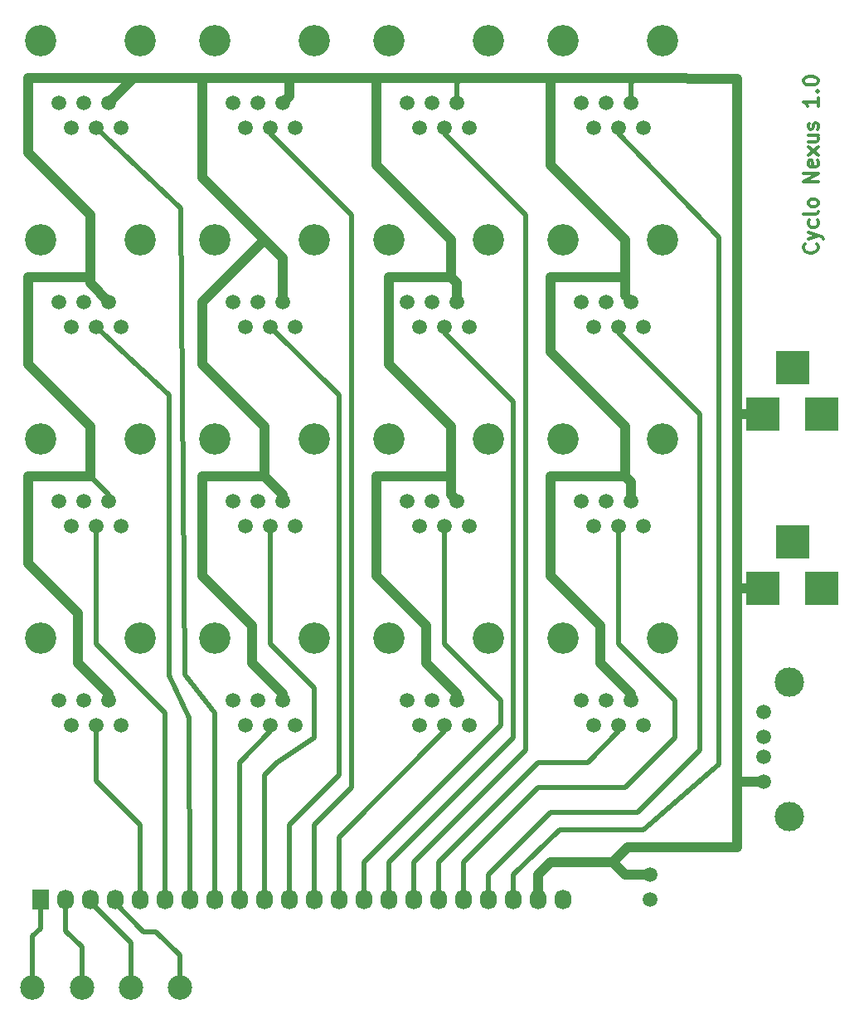
<source format=gtl>
%FSLAX34Y34*%
G04 Gerber Fmt 3.4, Leading zero omitted, Abs format*
G04 (created by PCBNEW (2014-jan-25)-product) date Wed 30 Apr 2014 08:14:39 PM MDT*
%MOIN*%
G01*
G70*
G90*
G04 APERTURE LIST*
%ADD10C,0.003937*%
%ADD11C,0.011811*%
%ADD12C,0.059100*%
%ADD13R,0.137800X0.137800*%
%ADD14C,0.118100*%
%ADD15R,0.068000X0.080000*%
%ADD16O,0.068000X0.080000*%
%ADD17C,0.125984*%
%ADD18C,0.059055*%
%ADD19C,0.098425*%
%ADD20C,0.039370*%
%ADD21C,0.010000*%
%ADD22C,0.019685*%
G04 APERTURE END LIST*
G54D10*
G54D11*
X73210Y-23677D02*
X73239Y-23705D01*
X73267Y-23790D01*
X73267Y-23846D01*
X73239Y-23930D01*
X73182Y-23987D01*
X73126Y-24015D01*
X73014Y-24043D01*
X72929Y-24043D01*
X72817Y-24015D01*
X72760Y-23987D01*
X72704Y-23930D01*
X72676Y-23846D01*
X72676Y-23790D01*
X72704Y-23705D01*
X72732Y-23677D01*
X72873Y-23480D02*
X73267Y-23340D01*
X72873Y-23199D02*
X73267Y-23340D01*
X73407Y-23396D01*
X73435Y-23424D01*
X73464Y-23480D01*
X73239Y-22721D02*
X73267Y-22777D01*
X73267Y-22890D01*
X73239Y-22946D01*
X73210Y-22974D01*
X73154Y-23002D01*
X72985Y-23002D01*
X72929Y-22974D01*
X72901Y-22946D01*
X72873Y-22890D01*
X72873Y-22777D01*
X72901Y-22721D01*
X73267Y-22384D02*
X73239Y-22440D01*
X73182Y-22468D01*
X72676Y-22468D01*
X73267Y-22074D02*
X73239Y-22131D01*
X73210Y-22159D01*
X73154Y-22187D01*
X72985Y-22187D01*
X72929Y-22159D01*
X72901Y-22131D01*
X72873Y-22074D01*
X72873Y-21990D01*
X72901Y-21934D01*
X72929Y-21906D01*
X72985Y-21877D01*
X73154Y-21877D01*
X73210Y-21906D01*
X73239Y-21934D01*
X73267Y-21990D01*
X73267Y-22074D01*
X73267Y-21174D02*
X72676Y-21174D01*
X73267Y-20837D01*
X72676Y-20837D01*
X73239Y-20331D02*
X73267Y-20387D01*
X73267Y-20500D01*
X73239Y-20556D01*
X73182Y-20584D01*
X72957Y-20584D01*
X72901Y-20556D01*
X72873Y-20500D01*
X72873Y-20387D01*
X72901Y-20331D01*
X72957Y-20303D01*
X73014Y-20303D01*
X73070Y-20584D01*
X73267Y-20106D02*
X72873Y-19796D01*
X72873Y-20106D02*
X73267Y-19796D01*
X72873Y-19318D02*
X73267Y-19318D01*
X72873Y-19571D02*
X73182Y-19571D01*
X73239Y-19543D01*
X73267Y-19487D01*
X73267Y-19403D01*
X73239Y-19347D01*
X73210Y-19318D01*
X73239Y-19065D02*
X73267Y-19009D01*
X73267Y-18897D01*
X73239Y-18840D01*
X73182Y-18812D01*
X73154Y-18812D01*
X73098Y-18840D01*
X73070Y-18897D01*
X73070Y-18981D01*
X73042Y-19037D01*
X72985Y-19065D01*
X72957Y-19065D01*
X72901Y-19037D01*
X72873Y-18981D01*
X72873Y-18897D01*
X72901Y-18840D01*
X73267Y-17800D02*
X73267Y-18137D01*
X73267Y-17969D02*
X72676Y-17969D01*
X72760Y-18025D01*
X72817Y-18081D01*
X72845Y-18137D01*
X73210Y-17547D02*
X73239Y-17519D01*
X73267Y-17547D01*
X73239Y-17575D01*
X73210Y-17547D01*
X73267Y-17547D01*
X72676Y-17153D02*
X72676Y-17097D01*
X72704Y-17041D01*
X72732Y-17012D01*
X72789Y-16984D01*
X72901Y-16956D01*
X73042Y-16956D01*
X73154Y-16984D01*
X73210Y-17012D01*
X73239Y-17041D01*
X73267Y-17097D01*
X73267Y-17153D01*
X73239Y-17209D01*
X73210Y-17237D01*
X73154Y-17266D01*
X73042Y-17294D01*
X72901Y-17294D01*
X72789Y-17266D01*
X72732Y-17237D01*
X72704Y-17209D01*
X72676Y-17153D01*
G54D12*
X66500Y-49000D03*
X66500Y-50000D03*
G54D13*
X71059Y-37500D03*
X73421Y-37500D03*
X72240Y-35650D03*
X71059Y-30500D03*
X73421Y-30500D03*
X72240Y-28650D03*
G54D12*
X71062Y-42497D03*
X71062Y-43497D03*
X71062Y-44297D03*
X71062Y-45297D03*
G54D14*
X72112Y-41297D03*
X72112Y-46697D03*
G54D15*
X42000Y-50000D03*
G54D16*
X43000Y-50000D03*
X44000Y-50000D03*
X45000Y-50000D03*
X46000Y-50000D03*
X47000Y-50000D03*
X48000Y-50000D03*
X49000Y-50000D03*
X50000Y-50000D03*
X51000Y-50000D03*
X52000Y-50000D03*
X53000Y-50000D03*
X54000Y-50000D03*
X55000Y-50000D03*
X56000Y-50000D03*
X57000Y-50000D03*
X58000Y-50000D03*
X59000Y-50000D03*
X60000Y-50000D03*
X61000Y-50000D03*
X62000Y-50000D03*
X63000Y-50000D03*
G54D17*
X42000Y-39500D03*
X46000Y-39500D03*
G54D18*
X45250Y-43000D03*
X44750Y-42000D03*
X44250Y-43000D03*
X43750Y-42000D03*
X43250Y-43000D03*
X42750Y-42000D03*
G54D17*
X42000Y-31500D03*
X46000Y-31500D03*
G54D18*
X45250Y-35000D03*
X44750Y-34000D03*
X44250Y-35000D03*
X43750Y-34000D03*
X43250Y-35000D03*
X42750Y-34000D03*
G54D17*
X42000Y-23500D03*
X46000Y-23500D03*
G54D18*
X45250Y-27000D03*
X44750Y-26000D03*
X44250Y-27000D03*
X43750Y-26000D03*
X43250Y-27000D03*
X42750Y-26000D03*
G54D17*
X42000Y-15500D03*
X46000Y-15500D03*
G54D18*
X45250Y-19000D03*
X44750Y-18000D03*
X44250Y-19000D03*
X43750Y-18000D03*
X43250Y-19000D03*
X42750Y-18000D03*
G54D17*
X49000Y-39500D03*
X53000Y-39500D03*
G54D18*
X52250Y-43000D03*
X51750Y-42000D03*
X51250Y-43000D03*
X50750Y-42000D03*
X50250Y-43000D03*
X49750Y-42000D03*
G54D17*
X49000Y-31500D03*
X53000Y-31500D03*
G54D18*
X52250Y-35000D03*
X51750Y-34000D03*
X51250Y-35000D03*
X50750Y-34000D03*
X50250Y-35000D03*
X49750Y-34000D03*
G54D17*
X49000Y-23500D03*
X53000Y-23500D03*
G54D18*
X52250Y-27000D03*
X51750Y-26000D03*
X51250Y-27000D03*
X50750Y-26000D03*
X50250Y-27000D03*
X49750Y-26000D03*
G54D17*
X49000Y-15500D03*
X53000Y-15500D03*
G54D18*
X52250Y-19000D03*
X51750Y-18000D03*
X51250Y-19000D03*
X50750Y-18000D03*
X50250Y-19000D03*
X49750Y-18000D03*
G54D17*
X56000Y-39500D03*
X60000Y-39500D03*
G54D18*
X59250Y-43000D03*
X58750Y-42000D03*
X58250Y-43000D03*
X57750Y-42000D03*
X57250Y-43000D03*
X56750Y-42000D03*
G54D17*
X56000Y-31500D03*
X60000Y-31500D03*
G54D18*
X59250Y-35000D03*
X58750Y-34000D03*
X58250Y-35000D03*
X57750Y-34000D03*
X57250Y-35000D03*
X56750Y-34000D03*
G54D17*
X56000Y-23500D03*
X60000Y-23500D03*
G54D18*
X59250Y-27000D03*
X58750Y-26000D03*
X58250Y-27000D03*
X57750Y-26000D03*
X57250Y-27000D03*
X56750Y-26000D03*
G54D17*
X56000Y-15500D03*
X60000Y-15500D03*
G54D18*
X59250Y-19000D03*
X58750Y-18000D03*
X58250Y-19000D03*
X57750Y-18000D03*
X57250Y-19000D03*
X56750Y-18000D03*
G54D17*
X63000Y-39500D03*
X67000Y-39500D03*
G54D18*
X66250Y-43000D03*
X65750Y-42000D03*
X65250Y-43000D03*
X64750Y-42000D03*
X64250Y-43000D03*
X63750Y-42000D03*
G54D17*
X63000Y-31500D03*
X67000Y-31500D03*
G54D18*
X66250Y-35000D03*
X65750Y-34000D03*
X65250Y-35000D03*
X64750Y-34000D03*
X64250Y-35000D03*
X63750Y-34000D03*
G54D17*
X63000Y-23500D03*
X67000Y-23500D03*
G54D18*
X66250Y-27000D03*
X65750Y-26000D03*
X65250Y-27000D03*
X64750Y-26000D03*
X64250Y-27000D03*
X63750Y-26000D03*
G54D17*
X63000Y-15500D03*
X67000Y-15500D03*
G54D18*
X66250Y-19000D03*
X65750Y-18000D03*
X65250Y-19000D03*
X64750Y-18000D03*
X64250Y-19000D03*
X63750Y-18000D03*
G54D19*
X41692Y-53543D03*
X43661Y-53543D03*
X45629Y-53543D03*
X47598Y-53543D03*
G54D20*
X65500Y-33000D02*
X62500Y-33000D01*
X64500Y-40500D02*
X65750Y-41750D01*
X64500Y-39000D02*
X64500Y-40500D01*
X62500Y-37000D02*
X64500Y-39000D01*
X62500Y-33000D02*
X62500Y-37000D01*
G54D21*
X65750Y-41750D02*
X65750Y-42000D01*
G54D20*
X65500Y-25000D02*
X62500Y-25000D01*
X65750Y-33250D02*
X65750Y-34000D01*
X65500Y-33000D02*
X65750Y-33250D01*
X65500Y-31000D02*
X65500Y-33000D01*
X62500Y-28000D02*
X65500Y-31000D01*
X62500Y-25000D02*
X62500Y-28000D01*
X65500Y-25000D02*
X65500Y-25750D01*
X62500Y-20500D02*
X65500Y-23500D01*
X65500Y-23500D02*
X65500Y-25000D01*
X62500Y-17000D02*
X62500Y-20500D01*
G54D21*
X65500Y-25750D02*
X65750Y-26000D01*
G54D20*
X52000Y-17000D02*
X52000Y-17750D01*
X52000Y-17750D02*
X51750Y-18000D01*
X58500Y-33000D02*
X55500Y-33000D01*
X58000Y-41000D02*
X58750Y-41750D01*
X57500Y-40500D02*
X58000Y-41000D01*
X57500Y-39000D02*
X57500Y-40500D01*
X55500Y-37000D02*
X57500Y-39000D01*
X55500Y-33000D02*
X55500Y-37000D01*
G54D21*
X58750Y-41750D02*
X58750Y-42000D01*
G54D20*
X58500Y-25000D02*
X56000Y-25000D01*
X58500Y-33750D02*
X58750Y-34000D01*
X58500Y-31000D02*
X58500Y-33000D01*
X58500Y-33000D02*
X58500Y-33750D01*
X56000Y-28500D02*
X58500Y-31000D01*
X56000Y-25500D02*
X56000Y-28500D01*
X56000Y-25000D02*
X56000Y-25500D01*
X55500Y-17000D02*
X55500Y-20500D01*
X58750Y-25250D02*
X58750Y-26000D01*
X58500Y-25000D02*
X58750Y-25250D01*
X58500Y-23500D02*
X58500Y-25000D01*
X55500Y-20500D02*
X58500Y-23500D01*
X51000Y-33000D02*
X48500Y-33000D01*
X50500Y-40500D02*
X51750Y-41750D01*
X50500Y-39000D02*
X50500Y-40500D01*
X48500Y-37000D02*
X50500Y-39000D01*
X48500Y-33000D02*
X48500Y-37000D01*
G54D21*
X51750Y-41750D02*
X51750Y-42000D01*
G54D20*
X51000Y-23500D02*
X48500Y-26000D01*
X51000Y-33000D02*
X51750Y-33750D01*
X51000Y-31000D02*
X51000Y-33000D01*
X48500Y-28500D02*
X51000Y-31000D01*
X48500Y-26000D02*
X48500Y-28500D01*
X51750Y-33750D02*
X51750Y-34000D01*
X48500Y-17000D02*
X48500Y-21000D01*
X51750Y-24250D02*
X51750Y-26000D01*
X48500Y-21000D02*
X51000Y-23500D01*
X51000Y-23500D02*
X51750Y-24250D01*
X44000Y-33000D02*
X41500Y-33000D01*
X43500Y-40500D02*
X44750Y-41750D01*
X43500Y-38500D02*
X43500Y-40500D01*
X41500Y-36500D02*
X43500Y-38500D01*
X41500Y-33000D02*
X41500Y-36500D01*
G54D21*
X44750Y-41750D02*
X44750Y-42000D01*
G54D20*
X44000Y-25000D02*
X41500Y-25000D01*
G54D22*
X44000Y-33000D02*
X44750Y-33750D01*
G54D20*
X44000Y-31000D02*
X44000Y-33000D01*
X41500Y-28500D02*
X44000Y-31000D01*
X41500Y-25000D02*
X41500Y-28500D01*
G54D21*
X44750Y-33750D02*
X44750Y-34000D01*
G54D20*
X45750Y-17000D02*
X41500Y-17000D01*
X44000Y-25250D02*
X44750Y-26000D01*
X44000Y-22500D02*
X44000Y-25000D01*
X44000Y-25000D02*
X44000Y-25250D01*
X41500Y-20000D02*
X44000Y-22500D01*
X41500Y-17000D02*
X41500Y-20000D01*
X59000Y-17000D02*
X55500Y-17000D01*
X55500Y-17000D02*
X52000Y-17000D01*
X52000Y-17000D02*
X48500Y-17000D01*
X48500Y-17000D02*
X45750Y-17000D01*
X45750Y-17000D02*
X44750Y-18000D01*
X66000Y-17000D02*
X62500Y-17000D01*
X62500Y-17000D02*
X59000Y-17000D01*
G54D22*
X58750Y-17250D02*
X58750Y-18000D01*
G54D21*
X59000Y-17000D02*
X58750Y-17250D01*
G54D20*
X70000Y-31500D02*
X70000Y-30472D01*
G54D22*
X65750Y-17250D02*
X65750Y-18000D01*
G54D21*
X66000Y-17000D02*
X65750Y-17250D01*
G54D20*
X70000Y-17047D02*
X66000Y-17000D01*
X70000Y-30472D02*
X70000Y-19173D01*
X70000Y-19173D02*
X70000Y-17047D01*
X70000Y-37480D02*
X70000Y-31500D01*
X70000Y-39000D02*
X70000Y-37480D01*
G54D21*
X71000Y-30500D02*
X71059Y-30500D01*
G54D20*
X70000Y-45236D02*
X70000Y-39000D01*
X70000Y-47900D02*
X70000Y-45236D01*
G54D21*
X71059Y-37941D02*
X71059Y-37500D01*
G54D20*
X65000Y-48500D02*
X65500Y-49000D01*
X65500Y-49000D02*
X66500Y-49000D01*
X62000Y-50000D02*
X62000Y-49000D01*
X65600Y-47900D02*
X70000Y-47900D01*
X65000Y-48500D02*
X65600Y-47900D01*
X62500Y-48500D02*
X65000Y-48500D01*
X62000Y-49000D02*
X62500Y-48500D01*
X70000Y-45297D02*
X70061Y-45236D01*
X70061Y-45236D02*
X70078Y-45236D01*
X70078Y-45236D02*
X70000Y-45236D01*
X71062Y-45297D02*
X70000Y-45297D01*
X70000Y-37500D02*
X70019Y-37480D01*
X70019Y-37480D02*
X70039Y-37480D01*
X70039Y-37480D02*
X70000Y-37480D01*
X71059Y-37500D02*
X70000Y-37500D01*
X70000Y-30500D02*
X70027Y-30472D01*
X70027Y-30472D02*
X70039Y-30472D01*
X70039Y-30472D02*
X70000Y-30472D01*
X71059Y-30500D02*
X70000Y-30500D01*
G54D22*
X42000Y-51188D02*
X41692Y-51496D01*
X41692Y-51496D02*
X41692Y-53543D01*
X42000Y-50000D02*
X42000Y-51188D01*
X43000Y-51267D02*
X43661Y-51929D01*
X43661Y-51929D02*
X43661Y-53543D01*
X43000Y-50000D02*
X43000Y-51267D01*
X45629Y-51732D02*
X45629Y-53543D01*
X44000Y-50102D02*
X45629Y-51732D01*
G54D21*
X44000Y-50000D02*
X44000Y-50102D01*
G54D22*
X47598Y-52244D02*
X47598Y-53543D01*
X46653Y-51299D02*
X47598Y-52244D01*
X46141Y-51299D02*
X46653Y-51299D01*
X45000Y-50157D02*
X46141Y-51299D01*
G54D21*
X45000Y-50000D02*
X45000Y-50157D01*
G54D22*
X44250Y-43000D02*
X44250Y-45250D01*
X46000Y-47000D02*
X46000Y-50000D01*
X44250Y-45250D02*
X46000Y-47000D01*
X47000Y-50000D02*
X47000Y-42500D01*
X44250Y-39750D02*
X44250Y-35000D01*
X47000Y-42500D02*
X44250Y-39750D01*
X48000Y-50000D02*
X47992Y-42716D01*
X47165Y-29763D02*
X44250Y-27000D01*
X47165Y-41023D02*
X47165Y-29763D01*
X47992Y-42716D02*
X47165Y-41023D01*
X49000Y-50000D02*
X49000Y-42500D01*
X47637Y-22244D02*
X44250Y-19000D01*
X47795Y-40984D02*
X47637Y-22244D01*
X49000Y-42500D02*
X47795Y-40984D01*
G54D21*
X44250Y-19250D02*
X44250Y-19000D01*
G54D22*
X50000Y-50000D02*
X50000Y-44500D01*
X50000Y-44500D02*
X51250Y-43250D01*
G54D21*
X51250Y-43250D02*
X51250Y-43000D01*
G54D22*
X51000Y-50000D02*
X51000Y-45000D01*
X51250Y-39750D02*
X51250Y-35000D01*
X53000Y-41500D02*
X51250Y-39750D01*
X53000Y-43500D02*
X53000Y-41500D01*
X51500Y-44500D02*
X53000Y-43500D01*
X51000Y-45000D02*
X51500Y-44500D01*
X52000Y-50000D02*
X52000Y-47000D01*
X54000Y-29750D02*
X51250Y-27000D01*
X54000Y-45000D02*
X54000Y-29750D01*
X53500Y-45500D02*
X54000Y-45000D01*
X52000Y-47000D02*
X53500Y-45500D01*
G54D21*
X51250Y-19000D02*
X51250Y-19250D01*
G54D22*
X51250Y-19250D02*
X54500Y-22500D01*
X54500Y-22500D02*
X54500Y-45500D01*
X54500Y-45500D02*
X53000Y-47000D01*
X53000Y-47000D02*
X53000Y-50000D01*
X54000Y-50000D02*
X54000Y-47500D01*
X54000Y-47500D02*
X58250Y-43250D01*
G54D21*
X58250Y-43250D02*
X58250Y-43000D01*
G54D22*
X55000Y-50000D02*
X55000Y-48500D01*
X58250Y-39750D02*
X58250Y-35000D01*
X60500Y-42000D02*
X58250Y-39750D01*
X60500Y-43000D02*
X60500Y-42000D01*
X55000Y-48500D02*
X60500Y-43000D01*
X56000Y-50000D02*
X56000Y-48500D01*
X61000Y-30000D02*
X58250Y-27250D01*
X61000Y-43500D02*
X61000Y-30000D01*
X56000Y-48500D02*
X61000Y-43500D01*
G54D21*
X58250Y-27250D02*
X58250Y-27000D01*
G54D22*
X57000Y-50000D02*
X57000Y-48500D01*
X61500Y-22500D02*
X58250Y-19250D01*
X61500Y-44000D02*
X61500Y-22500D01*
X57000Y-48500D02*
X61500Y-44000D01*
G54D21*
X58250Y-19250D02*
X58250Y-19000D01*
X65250Y-43000D02*
X65250Y-43250D01*
G54D22*
X65250Y-43250D02*
X64000Y-44500D01*
X64000Y-44500D02*
X62000Y-44500D01*
X62000Y-44500D02*
X58000Y-48500D01*
X58000Y-48500D02*
X58000Y-50000D01*
X59000Y-50000D02*
X59000Y-48500D01*
X65250Y-39750D02*
X65250Y-35000D01*
X67500Y-42000D02*
X65250Y-39750D01*
X67500Y-43500D02*
X67500Y-42000D01*
X65500Y-45500D02*
X67500Y-43500D01*
X62000Y-45500D02*
X65500Y-45500D01*
X59000Y-48500D02*
X62000Y-45500D01*
X60000Y-50000D02*
X60000Y-49000D01*
X68500Y-30500D02*
X65250Y-27250D01*
X68500Y-44000D02*
X68500Y-30500D01*
X66000Y-46500D02*
X68500Y-44000D01*
X62500Y-46500D02*
X66000Y-46500D01*
X60000Y-49000D02*
X62500Y-46500D01*
G54D21*
X65250Y-27250D02*
X65250Y-27000D01*
G54D22*
X61000Y-50000D02*
X61000Y-49000D01*
X69291Y-23425D02*
X65250Y-19250D01*
X69291Y-44566D02*
X69291Y-23425D01*
X66259Y-47204D02*
X69291Y-44566D01*
X62874Y-47204D02*
X66259Y-47204D01*
X61000Y-49000D02*
X62874Y-47204D01*
G54D21*
X65250Y-19250D02*
X65250Y-19000D01*
M02*

</source>
